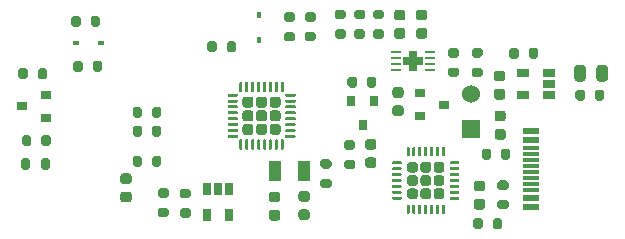
<source format=gbp>
G04 #@! TF.GenerationSoftware,KiCad,Pcbnew,(5.1.10-1-10_14)*
G04 #@! TF.CreationDate,2021-11-14T21:27:09+03:00*
G04 #@! TF.ProjectId,IR_iButton,49525f69-4275-4747-946f-6e2e6b696361,rev?*
G04 #@! TF.SameCoordinates,Original*
G04 #@! TF.FileFunction,Paste,Bot*
G04 #@! TF.FilePolarity,Positive*
%FSLAX46Y46*%
G04 Gerber Fmt 4.6, Leading zero omitted, Abs format (unit mm)*
G04 Created by KiCad (PCBNEW (5.1.10-1-10_14)) date 2021-11-14 21:27:09*
%MOMM*%
%LPD*%
G01*
G04 APERTURE LIST*
%ADD10R,0.800000X0.900000*%
%ADD11R,1.000000X1.800000*%
%ADD12R,0.900000X0.800000*%
%ADD13R,0.650000X1.060000*%
%ADD14R,0.700000X0.650000*%
%ADD15R,1.800000X0.700000*%
%ADD16O,0.850000X0.250000*%
%ADD17R,1.060000X0.650000*%
%ADD18R,0.450000X0.600000*%
%ADD19C,1.524000*%
%ADD20R,1.524000X1.524000*%
%ADD21R,1.450000X0.600000*%
%ADD22R,1.450000X0.300000*%
%ADD23R,0.600000X0.450000*%
G04 APERTURE END LIST*
D10*
X209500000Y-111450000D03*
X210450000Y-109450000D03*
X208550000Y-109450000D03*
G36*
G01*
X209025000Y-107575000D02*
X209025000Y-108125000D01*
G75*
G02*
X208825000Y-108325000I-200000J0D01*
G01*
X208425000Y-108325000D01*
G75*
G02*
X208225000Y-108125000I0J200000D01*
G01*
X208225000Y-107575000D01*
G75*
G02*
X208425000Y-107375000I200000J0D01*
G01*
X208825000Y-107375000D01*
G75*
G02*
X209025000Y-107575000I0J-200000D01*
G01*
G37*
G36*
G01*
X210675000Y-107575000D02*
X210675000Y-108125000D01*
G75*
G02*
X210475000Y-108325000I-200000J0D01*
G01*
X210075000Y-108325000D01*
G75*
G02*
X209875000Y-108125000I0J200000D01*
G01*
X209875000Y-107575000D01*
G75*
G02*
X210075000Y-107375000I200000J0D01*
G01*
X210475000Y-107375000D01*
G75*
G02*
X210675000Y-107575000I0J-200000D01*
G01*
G37*
G36*
G01*
X189725000Y-116475000D02*
X189225000Y-116475000D01*
G75*
G02*
X189000000Y-116250000I0J225000D01*
G01*
X189000000Y-115800000D01*
G75*
G02*
X189225000Y-115575000I225000J0D01*
G01*
X189725000Y-115575000D01*
G75*
G02*
X189950000Y-115800000I0J-225000D01*
G01*
X189950000Y-116250000D01*
G75*
G02*
X189725000Y-116475000I-225000J0D01*
G01*
G37*
G36*
G01*
X189725000Y-118025000D02*
X189225000Y-118025000D01*
G75*
G02*
X189000000Y-117800000I0J225000D01*
G01*
X189000000Y-117350000D01*
G75*
G02*
X189225000Y-117125000I225000J0D01*
G01*
X189725000Y-117125000D01*
G75*
G02*
X189950000Y-117350000I0J-225000D01*
G01*
X189950000Y-117800000D01*
G75*
G02*
X189725000Y-118025000I-225000J0D01*
G01*
G37*
D11*
X202050000Y-115400000D03*
X204550000Y-115400000D03*
G36*
G01*
X201800000Y-118675000D02*
X202300000Y-118675000D01*
G75*
G02*
X202525000Y-118900000I0J-225000D01*
G01*
X202525000Y-119350000D01*
G75*
G02*
X202300000Y-119575000I-225000J0D01*
G01*
X201800000Y-119575000D01*
G75*
G02*
X201575000Y-119350000I0J225000D01*
G01*
X201575000Y-118900000D01*
G75*
G02*
X201800000Y-118675000I225000J0D01*
G01*
G37*
G36*
G01*
X201800000Y-117125000D02*
X202300000Y-117125000D01*
G75*
G02*
X202525000Y-117350000I0J-225000D01*
G01*
X202525000Y-117800000D01*
G75*
G02*
X202300000Y-118025000I-225000J0D01*
G01*
X201800000Y-118025000D01*
G75*
G02*
X201575000Y-117800000I0J225000D01*
G01*
X201575000Y-117350000D01*
G75*
G02*
X201800000Y-117125000I225000J0D01*
G01*
G37*
G36*
G01*
X204300000Y-118625000D02*
X204800000Y-118625000D01*
G75*
G02*
X205025000Y-118850000I0J-225000D01*
G01*
X205025000Y-119300000D01*
G75*
G02*
X204800000Y-119525000I-225000J0D01*
G01*
X204300000Y-119525000D01*
G75*
G02*
X204075000Y-119300000I0J225000D01*
G01*
X204075000Y-118850000D01*
G75*
G02*
X204300000Y-118625000I225000J0D01*
G01*
G37*
G36*
G01*
X204300000Y-117075000D02*
X204800000Y-117075000D01*
G75*
G02*
X205025000Y-117300000I0J-225000D01*
G01*
X205025000Y-117750000D01*
G75*
G02*
X204800000Y-117975000I-225000J0D01*
G01*
X204300000Y-117975000D01*
G75*
G02*
X204075000Y-117750000I0J225000D01*
G01*
X204075000Y-117300000D01*
G75*
G02*
X204300000Y-117075000I225000J0D01*
G01*
G37*
G36*
G01*
X219650000Y-117100000D02*
X219150000Y-117100000D01*
G75*
G02*
X218925000Y-116875000I0J225000D01*
G01*
X218925000Y-116425000D01*
G75*
G02*
X219150000Y-116200000I225000J0D01*
G01*
X219650000Y-116200000D01*
G75*
G02*
X219875000Y-116425000I0J-225000D01*
G01*
X219875000Y-116875000D01*
G75*
G02*
X219650000Y-117100000I-225000J0D01*
G01*
G37*
G36*
G01*
X219650000Y-118650000D02*
X219150000Y-118650000D01*
G75*
G02*
X218925000Y-118425000I0J225000D01*
G01*
X218925000Y-117975000D01*
G75*
G02*
X219150000Y-117750000I225000J0D01*
G01*
X219650000Y-117750000D01*
G75*
G02*
X219875000Y-117975000I0J-225000D01*
G01*
X219875000Y-118425000D01*
G75*
G02*
X219650000Y-118650000I-225000J0D01*
G01*
G37*
G36*
G01*
X200032500Y-110015000D02*
X199567500Y-110015000D01*
G75*
G02*
X199335000Y-109782500I0J232500D01*
G01*
X199335000Y-109317500D01*
G75*
G02*
X199567500Y-109085000I232500J0D01*
G01*
X200032500Y-109085000D01*
G75*
G02*
X200265000Y-109317500I0J-232500D01*
G01*
X200265000Y-109782500D01*
G75*
G02*
X200032500Y-110015000I-232500J0D01*
G01*
G37*
G36*
G01*
X201182500Y-110015000D02*
X200717500Y-110015000D01*
G75*
G02*
X200485000Y-109782500I0J232500D01*
G01*
X200485000Y-109317500D01*
G75*
G02*
X200717500Y-109085000I232500J0D01*
G01*
X201182500Y-109085000D01*
G75*
G02*
X201415000Y-109317500I0J-232500D01*
G01*
X201415000Y-109782500D01*
G75*
G02*
X201182500Y-110015000I-232500J0D01*
G01*
G37*
G36*
G01*
X202332500Y-110015000D02*
X201867500Y-110015000D01*
G75*
G02*
X201635000Y-109782500I0J232500D01*
G01*
X201635000Y-109317500D01*
G75*
G02*
X201867500Y-109085000I232500J0D01*
G01*
X202332500Y-109085000D01*
G75*
G02*
X202565000Y-109317500I0J-232500D01*
G01*
X202565000Y-109782500D01*
G75*
G02*
X202332500Y-110015000I-232500J0D01*
G01*
G37*
G36*
G01*
X200032500Y-111165000D02*
X199567500Y-111165000D01*
G75*
G02*
X199335000Y-110932500I0J232500D01*
G01*
X199335000Y-110467500D01*
G75*
G02*
X199567500Y-110235000I232500J0D01*
G01*
X200032500Y-110235000D01*
G75*
G02*
X200265000Y-110467500I0J-232500D01*
G01*
X200265000Y-110932500D01*
G75*
G02*
X200032500Y-111165000I-232500J0D01*
G01*
G37*
G36*
G01*
X201182500Y-111165000D02*
X200717500Y-111165000D01*
G75*
G02*
X200485000Y-110932500I0J232500D01*
G01*
X200485000Y-110467500D01*
G75*
G02*
X200717500Y-110235000I232500J0D01*
G01*
X201182500Y-110235000D01*
G75*
G02*
X201415000Y-110467500I0J-232500D01*
G01*
X201415000Y-110932500D01*
G75*
G02*
X201182500Y-111165000I-232500J0D01*
G01*
G37*
G36*
G01*
X202332500Y-111165000D02*
X201867500Y-111165000D01*
G75*
G02*
X201635000Y-110932500I0J232500D01*
G01*
X201635000Y-110467500D01*
G75*
G02*
X201867500Y-110235000I232500J0D01*
G01*
X202332500Y-110235000D01*
G75*
G02*
X202565000Y-110467500I0J-232500D01*
G01*
X202565000Y-110932500D01*
G75*
G02*
X202332500Y-111165000I-232500J0D01*
G01*
G37*
G36*
G01*
X200032500Y-112315000D02*
X199567500Y-112315000D01*
G75*
G02*
X199335000Y-112082500I0J232500D01*
G01*
X199335000Y-111617500D01*
G75*
G02*
X199567500Y-111385000I232500J0D01*
G01*
X200032500Y-111385000D01*
G75*
G02*
X200265000Y-111617500I0J-232500D01*
G01*
X200265000Y-112082500D01*
G75*
G02*
X200032500Y-112315000I-232500J0D01*
G01*
G37*
G36*
G01*
X201182500Y-112315000D02*
X200717500Y-112315000D01*
G75*
G02*
X200485000Y-112082500I0J232500D01*
G01*
X200485000Y-111617500D01*
G75*
G02*
X200717500Y-111385000I232500J0D01*
G01*
X201182500Y-111385000D01*
G75*
G02*
X201415000Y-111617500I0J-232500D01*
G01*
X201415000Y-112082500D01*
G75*
G02*
X201182500Y-112315000I-232500J0D01*
G01*
G37*
G36*
G01*
X202332500Y-112315000D02*
X201867500Y-112315000D01*
G75*
G02*
X201635000Y-112082500I0J232500D01*
G01*
X201635000Y-111617500D01*
G75*
G02*
X201867500Y-111385000I232500J0D01*
G01*
X202332500Y-111385000D01*
G75*
G02*
X202565000Y-111617500I0J-232500D01*
G01*
X202565000Y-112082500D01*
G75*
G02*
X202332500Y-112315000I-232500J0D01*
G01*
G37*
G36*
G01*
X203762500Y-112575000D02*
X203012500Y-112575000D01*
G75*
G02*
X202950000Y-112512500I0J62500D01*
G01*
X202950000Y-112387500D01*
G75*
G02*
X203012500Y-112325000I62500J0D01*
G01*
X203762500Y-112325000D01*
G75*
G02*
X203825000Y-112387500I0J-62500D01*
G01*
X203825000Y-112512500D01*
G75*
G02*
X203762500Y-112575000I-62500J0D01*
G01*
G37*
G36*
G01*
X203762500Y-112075000D02*
X203012500Y-112075000D01*
G75*
G02*
X202950000Y-112012500I0J62500D01*
G01*
X202950000Y-111887500D01*
G75*
G02*
X203012500Y-111825000I62500J0D01*
G01*
X203762500Y-111825000D01*
G75*
G02*
X203825000Y-111887500I0J-62500D01*
G01*
X203825000Y-112012500D01*
G75*
G02*
X203762500Y-112075000I-62500J0D01*
G01*
G37*
G36*
G01*
X203762500Y-111575000D02*
X203012500Y-111575000D01*
G75*
G02*
X202950000Y-111512500I0J62500D01*
G01*
X202950000Y-111387500D01*
G75*
G02*
X203012500Y-111325000I62500J0D01*
G01*
X203762500Y-111325000D01*
G75*
G02*
X203825000Y-111387500I0J-62500D01*
G01*
X203825000Y-111512500D01*
G75*
G02*
X203762500Y-111575000I-62500J0D01*
G01*
G37*
G36*
G01*
X203762500Y-111075000D02*
X203012500Y-111075000D01*
G75*
G02*
X202950000Y-111012500I0J62500D01*
G01*
X202950000Y-110887500D01*
G75*
G02*
X203012500Y-110825000I62500J0D01*
G01*
X203762500Y-110825000D01*
G75*
G02*
X203825000Y-110887500I0J-62500D01*
G01*
X203825000Y-111012500D01*
G75*
G02*
X203762500Y-111075000I-62500J0D01*
G01*
G37*
G36*
G01*
X203762500Y-110575000D02*
X203012500Y-110575000D01*
G75*
G02*
X202950000Y-110512500I0J62500D01*
G01*
X202950000Y-110387500D01*
G75*
G02*
X203012500Y-110325000I62500J0D01*
G01*
X203762500Y-110325000D01*
G75*
G02*
X203825000Y-110387500I0J-62500D01*
G01*
X203825000Y-110512500D01*
G75*
G02*
X203762500Y-110575000I-62500J0D01*
G01*
G37*
G36*
G01*
X203762500Y-110075000D02*
X203012500Y-110075000D01*
G75*
G02*
X202950000Y-110012500I0J62500D01*
G01*
X202950000Y-109887500D01*
G75*
G02*
X203012500Y-109825000I62500J0D01*
G01*
X203762500Y-109825000D01*
G75*
G02*
X203825000Y-109887500I0J-62500D01*
G01*
X203825000Y-110012500D01*
G75*
G02*
X203762500Y-110075000I-62500J0D01*
G01*
G37*
G36*
G01*
X203762500Y-109575000D02*
X203012500Y-109575000D01*
G75*
G02*
X202950000Y-109512500I0J62500D01*
G01*
X202950000Y-109387500D01*
G75*
G02*
X203012500Y-109325000I62500J0D01*
G01*
X203762500Y-109325000D01*
G75*
G02*
X203825000Y-109387500I0J-62500D01*
G01*
X203825000Y-109512500D01*
G75*
G02*
X203762500Y-109575000I-62500J0D01*
G01*
G37*
G36*
G01*
X203762500Y-109075000D02*
X203012500Y-109075000D01*
G75*
G02*
X202950000Y-109012500I0J62500D01*
G01*
X202950000Y-108887500D01*
G75*
G02*
X203012500Y-108825000I62500J0D01*
G01*
X203762500Y-108825000D01*
G75*
G02*
X203825000Y-108887500I0J-62500D01*
G01*
X203825000Y-109012500D01*
G75*
G02*
X203762500Y-109075000I-62500J0D01*
G01*
G37*
G36*
G01*
X202762500Y-108700000D02*
X202637500Y-108700000D01*
G75*
G02*
X202575000Y-108637500I0J62500D01*
G01*
X202575000Y-107887500D01*
G75*
G02*
X202637500Y-107825000I62500J0D01*
G01*
X202762500Y-107825000D01*
G75*
G02*
X202825000Y-107887500I0J-62500D01*
G01*
X202825000Y-108637500D01*
G75*
G02*
X202762500Y-108700000I-62500J0D01*
G01*
G37*
G36*
G01*
X202262500Y-108700000D02*
X202137500Y-108700000D01*
G75*
G02*
X202075000Y-108637500I0J62500D01*
G01*
X202075000Y-107887500D01*
G75*
G02*
X202137500Y-107825000I62500J0D01*
G01*
X202262500Y-107825000D01*
G75*
G02*
X202325000Y-107887500I0J-62500D01*
G01*
X202325000Y-108637500D01*
G75*
G02*
X202262500Y-108700000I-62500J0D01*
G01*
G37*
G36*
G01*
X201762500Y-108700000D02*
X201637500Y-108700000D01*
G75*
G02*
X201575000Y-108637500I0J62500D01*
G01*
X201575000Y-107887500D01*
G75*
G02*
X201637500Y-107825000I62500J0D01*
G01*
X201762500Y-107825000D01*
G75*
G02*
X201825000Y-107887500I0J-62500D01*
G01*
X201825000Y-108637500D01*
G75*
G02*
X201762500Y-108700000I-62500J0D01*
G01*
G37*
G36*
G01*
X201262500Y-108700000D02*
X201137500Y-108700000D01*
G75*
G02*
X201075000Y-108637500I0J62500D01*
G01*
X201075000Y-107887500D01*
G75*
G02*
X201137500Y-107825000I62500J0D01*
G01*
X201262500Y-107825000D01*
G75*
G02*
X201325000Y-107887500I0J-62500D01*
G01*
X201325000Y-108637500D01*
G75*
G02*
X201262500Y-108700000I-62500J0D01*
G01*
G37*
G36*
G01*
X200762500Y-108700000D02*
X200637500Y-108700000D01*
G75*
G02*
X200575000Y-108637500I0J62500D01*
G01*
X200575000Y-107887500D01*
G75*
G02*
X200637500Y-107825000I62500J0D01*
G01*
X200762500Y-107825000D01*
G75*
G02*
X200825000Y-107887500I0J-62500D01*
G01*
X200825000Y-108637500D01*
G75*
G02*
X200762500Y-108700000I-62500J0D01*
G01*
G37*
G36*
G01*
X200262500Y-108700000D02*
X200137500Y-108700000D01*
G75*
G02*
X200075000Y-108637500I0J62500D01*
G01*
X200075000Y-107887500D01*
G75*
G02*
X200137500Y-107825000I62500J0D01*
G01*
X200262500Y-107825000D01*
G75*
G02*
X200325000Y-107887500I0J-62500D01*
G01*
X200325000Y-108637500D01*
G75*
G02*
X200262500Y-108700000I-62500J0D01*
G01*
G37*
G36*
G01*
X199762500Y-108700000D02*
X199637500Y-108700000D01*
G75*
G02*
X199575000Y-108637500I0J62500D01*
G01*
X199575000Y-107887500D01*
G75*
G02*
X199637500Y-107825000I62500J0D01*
G01*
X199762500Y-107825000D01*
G75*
G02*
X199825000Y-107887500I0J-62500D01*
G01*
X199825000Y-108637500D01*
G75*
G02*
X199762500Y-108700000I-62500J0D01*
G01*
G37*
G36*
G01*
X199262500Y-108700000D02*
X199137500Y-108700000D01*
G75*
G02*
X199075000Y-108637500I0J62500D01*
G01*
X199075000Y-107887500D01*
G75*
G02*
X199137500Y-107825000I62500J0D01*
G01*
X199262500Y-107825000D01*
G75*
G02*
X199325000Y-107887500I0J-62500D01*
G01*
X199325000Y-108637500D01*
G75*
G02*
X199262500Y-108700000I-62500J0D01*
G01*
G37*
G36*
G01*
X198887500Y-109075000D02*
X198137500Y-109075000D01*
G75*
G02*
X198075000Y-109012500I0J62500D01*
G01*
X198075000Y-108887500D01*
G75*
G02*
X198137500Y-108825000I62500J0D01*
G01*
X198887500Y-108825000D01*
G75*
G02*
X198950000Y-108887500I0J-62500D01*
G01*
X198950000Y-109012500D01*
G75*
G02*
X198887500Y-109075000I-62500J0D01*
G01*
G37*
G36*
G01*
X198887500Y-109575000D02*
X198137500Y-109575000D01*
G75*
G02*
X198075000Y-109512500I0J62500D01*
G01*
X198075000Y-109387500D01*
G75*
G02*
X198137500Y-109325000I62500J0D01*
G01*
X198887500Y-109325000D01*
G75*
G02*
X198950000Y-109387500I0J-62500D01*
G01*
X198950000Y-109512500D01*
G75*
G02*
X198887500Y-109575000I-62500J0D01*
G01*
G37*
G36*
G01*
X198887500Y-110075000D02*
X198137500Y-110075000D01*
G75*
G02*
X198075000Y-110012500I0J62500D01*
G01*
X198075000Y-109887500D01*
G75*
G02*
X198137500Y-109825000I62500J0D01*
G01*
X198887500Y-109825000D01*
G75*
G02*
X198950000Y-109887500I0J-62500D01*
G01*
X198950000Y-110012500D01*
G75*
G02*
X198887500Y-110075000I-62500J0D01*
G01*
G37*
G36*
G01*
X198887500Y-110575000D02*
X198137500Y-110575000D01*
G75*
G02*
X198075000Y-110512500I0J62500D01*
G01*
X198075000Y-110387500D01*
G75*
G02*
X198137500Y-110325000I62500J0D01*
G01*
X198887500Y-110325000D01*
G75*
G02*
X198950000Y-110387500I0J-62500D01*
G01*
X198950000Y-110512500D01*
G75*
G02*
X198887500Y-110575000I-62500J0D01*
G01*
G37*
G36*
G01*
X198887500Y-111075000D02*
X198137500Y-111075000D01*
G75*
G02*
X198075000Y-111012500I0J62500D01*
G01*
X198075000Y-110887500D01*
G75*
G02*
X198137500Y-110825000I62500J0D01*
G01*
X198887500Y-110825000D01*
G75*
G02*
X198950000Y-110887500I0J-62500D01*
G01*
X198950000Y-111012500D01*
G75*
G02*
X198887500Y-111075000I-62500J0D01*
G01*
G37*
G36*
G01*
X198887500Y-111575000D02*
X198137500Y-111575000D01*
G75*
G02*
X198075000Y-111512500I0J62500D01*
G01*
X198075000Y-111387500D01*
G75*
G02*
X198137500Y-111325000I62500J0D01*
G01*
X198887500Y-111325000D01*
G75*
G02*
X198950000Y-111387500I0J-62500D01*
G01*
X198950000Y-111512500D01*
G75*
G02*
X198887500Y-111575000I-62500J0D01*
G01*
G37*
G36*
G01*
X198887500Y-112075000D02*
X198137500Y-112075000D01*
G75*
G02*
X198075000Y-112012500I0J62500D01*
G01*
X198075000Y-111887500D01*
G75*
G02*
X198137500Y-111825000I62500J0D01*
G01*
X198887500Y-111825000D01*
G75*
G02*
X198950000Y-111887500I0J-62500D01*
G01*
X198950000Y-112012500D01*
G75*
G02*
X198887500Y-112075000I-62500J0D01*
G01*
G37*
G36*
G01*
X198887500Y-112575000D02*
X198137500Y-112575000D01*
G75*
G02*
X198075000Y-112512500I0J62500D01*
G01*
X198075000Y-112387500D01*
G75*
G02*
X198137500Y-112325000I62500J0D01*
G01*
X198887500Y-112325000D01*
G75*
G02*
X198950000Y-112387500I0J-62500D01*
G01*
X198950000Y-112512500D01*
G75*
G02*
X198887500Y-112575000I-62500J0D01*
G01*
G37*
G36*
G01*
X199262500Y-113575000D02*
X199137500Y-113575000D01*
G75*
G02*
X199075000Y-113512500I0J62500D01*
G01*
X199075000Y-112762500D01*
G75*
G02*
X199137500Y-112700000I62500J0D01*
G01*
X199262500Y-112700000D01*
G75*
G02*
X199325000Y-112762500I0J-62500D01*
G01*
X199325000Y-113512500D01*
G75*
G02*
X199262500Y-113575000I-62500J0D01*
G01*
G37*
G36*
G01*
X199762500Y-113575000D02*
X199637500Y-113575000D01*
G75*
G02*
X199575000Y-113512500I0J62500D01*
G01*
X199575000Y-112762500D01*
G75*
G02*
X199637500Y-112700000I62500J0D01*
G01*
X199762500Y-112700000D01*
G75*
G02*
X199825000Y-112762500I0J-62500D01*
G01*
X199825000Y-113512500D01*
G75*
G02*
X199762500Y-113575000I-62500J0D01*
G01*
G37*
G36*
G01*
X200262500Y-113575000D02*
X200137500Y-113575000D01*
G75*
G02*
X200075000Y-113512500I0J62500D01*
G01*
X200075000Y-112762500D01*
G75*
G02*
X200137500Y-112700000I62500J0D01*
G01*
X200262500Y-112700000D01*
G75*
G02*
X200325000Y-112762500I0J-62500D01*
G01*
X200325000Y-113512500D01*
G75*
G02*
X200262500Y-113575000I-62500J0D01*
G01*
G37*
G36*
G01*
X200762500Y-113575000D02*
X200637500Y-113575000D01*
G75*
G02*
X200575000Y-113512500I0J62500D01*
G01*
X200575000Y-112762500D01*
G75*
G02*
X200637500Y-112700000I62500J0D01*
G01*
X200762500Y-112700000D01*
G75*
G02*
X200825000Y-112762500I0J-62500D01*
G01*
X200825000Y-113512500D01*
G75*
G02*
X200762500Y-113575000I-62500J0D01*
G01*
G37*
G36*
G01*
X201262500Y-113575000D02*
X201137500Y-113575000D01*
G75*
G02*
X201075000Y-113512500I0J62500D01*
G01*
X201075000Y-112762500D01*
G75*
G02*
X201137500Y-112700000I62500J0D01*
G01*
X201262500Y-112700000D01*
G75*
G02*
X201325000Y-112762500I0J-62500D01*
G01*
X201325000Y-113512500D01*
G75*
G02*
X201262500Y-113575000I-62500J0D01*
G01*
G37*
G36*
G01*
X201762500Y-113575000D02*
X201637500Y-113575000D01*
G75*
G02*
X201575000Y-113512500I0J62500D01*
G01*
X201575000Y-112762500D01*
G75*
G02*
X201637500Y-112700000I62500J0D01*
G01*
X201762500Y-112700000D01*
G75*
G02*
X201825000Y-112762500I0J-62500D01*
G01*
X201825000Y-113512500D01*
G75*
G02*
X201762500Y-113575000I-62500J0D01*
G01*
G37*
G36*
G01*
X202262500Y-113575000D02*
X202137500Y-113575000D01*
G75*
G02*
X202075000Y-113512500I0J62500D01*
G01*
X202075000Y-112762500D01*
G75*
G02*
X202137500Y-112700000I62500J0D01*
G01*
X202262500Y-112700000D01*
G75*
G02*
X202325000Y-112762500I0J-62500D01*
G01*
X202325000Y-113512500D01*
G75*
G02*
X202262500Y-113575000I-62500J0D01*
G01*
G37*
G36*
G01*
X202762500Y-113575000D02*
X202637500Y-113575000D01*
G75*
G02*
X202575000Y-113512500I0J62500D01*
G01*
X202575000Y-112762500D01*
G75*
G02*
X202637500Y-112700000I62500J0D01*
G01*
X202762500Y-112700000D01*
G75*
G02*
X202825000Y-112762500I0J-62500D01*
G01*
X202825000Y-113512500D01*
G75*
G02*
X202762500Y-113575000I-62500J0D01*
G01*
G37*
G36*
G01*
X214180000Y-117075000D02*
X214180000Y-117525000D01*
G75*
G02*
X213955000Y-117750000I-225000J0D01*
G01*
X213505000Y-117750000D01*
G75*
G02*
X213280000Y-117525000I0J225000D01*
G01*
X213280000Y-117075000D01*
G75*
G02*
X213505000Y-116850000I225000J0D01*
G01*
X213955000Y-116850000D01*
G75*
G02*
X214180000Y-117075000I0J-225000D01*
G01*
G37*
G36*
G01*
X214180000Y-115955000D02*
X214180000Y-116405000D01*
G75*
G02*
X213955000Y-116630000I-225000J0D01*
G01*
X213505000Y-116630000D01*
G75*
G02*
X213280000Y-116405000I0J225000D01*
G01*
X213280000Y-115955000D01*
G75*
G02*
X213505000Y-115730000I225000J0D01*
G01*
X213955000Y-115730000D01*
G75*
G02*
X214180000Y-115955000I0J-225000D01*
G01*
G37*
G36*
G01*
X214180000Y-114835000D02*
X214180000Y-115285000D01*
G75*
G02*
X213955000Y-115510000I-225000J0D01*
G01*
X213505000Y-115510000D01*
G75*
G02*
X213280000Y-115285000I0J225000D01*
G01*
X213280000Y-114835000D01*
G75*
G02*
X213505000Y-114610000I225000J0D01*
G01*
X213955000Y-114610000D01*
G75*
G02*
X214180000Y-114835000I0J-225000D01*
G01*
G37*
G36*
G01*
X215300000Y-117075000D02*
X215300000Y-117525000D01*
G75*
G02*
X215075000Y-117750000I-225000J0D01*
G01*
X214625000Y-117750000D01*
G75*
G02*
X214400000Y-117525000I0J225000D01*
G01*
X214400000Y-117075000D01*
G75*
G02*
X214625000Y-116850000I225000J0D01*
G01*
X215075000Y-116850000D01*
G75*
G02*
X215300000Y-117075000I0J-225000D01*
G01*
G37*
G36*
G01*
X215300000Y-115955000D02*
X215300000Y-116405000D01*
G75*
G02*
X215075000Y-116630000I-225000J0D01*
G01*
X214625000Y-116630000D01*
G75*
G02*
X214400000Y-116405000I0J225000D01*
G01*
X214400000Y-115955000D01*
G75*
G02*
X214625000Y-115730000I225000J0D01*
G01*
X215075000Y-115730000D01*
G75*
G02*
X215300000Y-115955000I0J-225000D01*
G01*
G37*
G36*
G01*
X215300000Y-114835000D02*
X215300000Y-115285000D01*
G75*
G02*
X215075000Y-115510000I-225000J0D01*
G01*
X214625000Y-115510000D01*
G75*
G02*
X214400000Y-115285000I0J225000D01*
G01*
X214400000Y-114835000D01*
G75*
G02*
X214625000Y-114610000I225000J0D01*
G01*
X215075000Y-114610000D01*
G75*
G02*
X215300000Y-114835000I0J-225000D01*
G01*
G37*
G36*
G01*
X216420000Y-117075000D02*
X216420000Y-117525000D01*
G75*
G02*
X216195000Y-117750000I-225000J0D01*
G01*
X215745000Y-117750000D01*
G75*
G02*
X215520000Y-117525000I0J225000D01*
G01*
X215520000Y-117075000D01*
G75*
G02*
X215745000Y-116850000I225000J0D01*
G01*
X216195000Y-116850000D01*
G75*
G02*
X216420000Y-117075000I0J-225000D01*
G01*
G37*
G36*
G01*
X216420000Y-115955000D02*
X216420000Y-116405000D01*
G75*
G02*
X216195000Y-116630000I-225000J0D01*
G01*
X215745000Y-116630000D01*
G75*
G02*
X215520000Y-116405000I0J225000D01*
G01*
X215520000Y-115955000D01*
G75*
G02*
X215745000Y-115730000I225000J0D01*
G01*
X216195000Y-115730000D01*
G75*
G02*
X216420000Y-115955000I0J-225000D01*
G01*
G37*
G36*
G01*
X216420000Y-114835000D02*
X216420000Y-115285000D01*
G75*
G02*
X216195000Y-115510000I-225000J0D01*
G01*
X215745000Y-115510000D01*
G75*
G02*
X215520000Y-115285000I0J225000D01*
G01*
X215520000Y-114835000D01*
G75*
G02*
X215745000Y-114610000I225000J0D01*
G01*
X216195000Y-114610000D01*
G75*
G02*
X216420000Y-114835000I0J-225000D01*
G01*
G37*
G36*
G01*
X216475000Y-113392500D02*
X216475000Y-114067500D01*
G75*
G02*
X216412500Y-114130000I-62500J0D01*
G01*
X216287500Y-114130000D01*
G75*
G02*
X216225000Y-114067500I0J62500D01*
G01*
X216225000Y-113392500D01*
G75*
G02*
X216287500Y-113330000I62500J0D01*
G01*
X216412500Y-113330000D01*
G75*
G02*
X216475000Y-113392500I0J-62500D01*
G01*
G37*
G36*
G01*
X215975000Y-113392500D02*
X215975000Y-114067500D01*
G75*
G02*
X215912500Y-114130000I-62500J0D01*
G01*
X215787500Y-114130000D01*
G75*
G02*
X215725000Y-114067500I0J62500D01*
G01*
X215725000Y-113392500D01*
G75*
G02*
X215787500Y-113330000I62500J0D01*
G01*
X215912500Y-113330000D01*
G75*
G02*
X215975000Y-113392500I0J-62500D01*
G01*
G37*
G36*
G01*
X215475000Y-113392500D02*
X215475000Y-114067500D01*
G75*
G02*
X215412500Y-114130000I-62500J0D01*
G01*
X215287500Y-114130000D01*
G75*
G02*
X215225000Y-114067500I0J62500D01*
G01*
X215225000Y-113392500D01*
G75*
G02*
X215287500Y-113330000I62500J0D01*
G01*
X215412500Y-113330000D01*
G75*
G02*
X215475000Y-113392500I0J-62500D01*
G01*
G37*
G36*
G01*
X214975000Y-113392500D02*
X214975000Y-114067500D01*
G75*
G02*
X214912500Y-114130000I-62500J0D01*
G01*
X214787500Y-114130000D01*
G75*
G02*
X214725000Y-114067500I0J62500D01*
G01*
X214725000Y-113392500D01*
G75*
G02*
X214787500Y-113330000I62500J0D01*
G01*
X214912500Y-113330000D01*
G75*
G02*
X214975000Y-113392500I0J-62500D01*
G01*
G37*
G36*
G01*
X214475000Y-113392500D02*
X214475000Y-114067500D01*
G75*
G02*
X214412500Y-114130000I-62500J0D01*
G01*
X214287500Y-114130000D01*
G75*
G02*
X214225000Y-114067500I0J62500D01*
G01*
X214225000Y-113392500D01*
G75*
G02*
X214287500Y-113330000I62500J0D01*
G01*
X214412500Y-113330000D01*
G75*
G02*
X214475000Y-113392500I0J-62500D01*
G01*
G37*
G36*
G01*
X213975000Y-113392500D02*
X213975000Y-114067500D01*
G75*
G02*
X213912500Y-114130000I-62500J0D01*
G01*
X213787500Y-114130000D01*
G75*
G02*
X213725000Y-114067500I0J62500D01*
G01*
X213725000Y-113392500D01*
G75*
G02*
X213787500Y-113330000I62500J0D01*
G01*
X213912500Y-113330000D01*
G75*
G02*
X213975000Y-113392500I0J-62500D01*
G01*
G37*
G36*
G01*
X213475000Y-113392500D02*
X213475000Y-114067500D01*
G75*
G02*
X213412500Y-114130000I-62500J0D01*
G01*
X213287500Y-114130000D01*
G75*
G02*
X213225000Y-114067500I0J62500D01*
G01*
X213225000Y-113392500D01*
G75*
G02*
X213287500Y-113330000I62500J0D01*
G01*
X213412500Y-113330000D01*
G75*
G02*
X213475000Y-113392500I0J-62500D01*
G01*
G37*
G36*
G01*
X212800000Y-114617500D02*
X212800000Y-114742500D01*
G75*
G02*
X212737500Y-114805000I-62500J0D01*
G01*
X212062500Y-114805000D01*
G75*
G02*
X212000000Y-114742500I0J62500D01*
G01*
X212000000Y-114617500D01*
G75*
G02*
X212062500Y-114555000I62500J0D01*
G01*
X212737500Y-114555000D01*
G75*
G02*
X212800000Y-114617500I0J-62500D01*
G01*
G37*
G36*
G01*
X212800000Y-115117500D02*
X212800000Y-115242500D01*
G75*
G02*
X212737500Y-115305000I-62500J0D01*
G01*
X212062500Y-115305000D01*
G75*
G02*
X212000000Y-115242500I0J62500D01*
G01*
X212000000Y-115117500D01*
G75*
G02*
X212062500Y-115055000I62500J0D01*
G01*
X212737500Y-115055000D01*
G75*
G02*
X212800000Y-115117500I0J-62500D01*
G01*
G37*
G36*
G01*
X212800000Y-115617500D02*
X212800000Y-115742500D01*
G75*
G02*
X212737500Y-115805000I-62500J0D01*
G01*
X212062500Y-115805000D01*
G75*
G02*
X212000000Y-115742500I0J62500D01*
G01*
X212000000Y-115617500D01*
G75*
G02*
X212062500Y-115555000I62500J0D01*
G01*
X212737500Y-115555000D01*
G75*
G02*
X212800000Y-115617500I0J-62500D01*
G01*
G37*
G36*
G01*
X212800000Y-116117500D02*
X212800000Y-116242500D01*
G75*
G02*
X212737500Y-116305000I-62500J0D01*
G01*
X212062500Y-116305000D01*
G75*
G02*
X212000000Y-116242500I0J62500D01*
G01*
X212000000Y-116117500D01*
G75*
G02*
X212062500Y-116055000I62500J0D01*
G01*
X212737500Y-116055000D01*
G75*
G02*
X212800000Y-116117500I0J-62500D01*
G01*
G37*
G36*
G01*
X212800000Y-116617500D02*
X212800000Y-116742500D01*
G75*
G02*
X212737500Y-116805000I-62500J0D01*
G01*
X212062500Y-116805000D01*
G75*
G02*
X212000000Y-116742500I0J62500D01*
G01*
X212000000Y-116617500D01*
G75*
G02*
X212062500Y-116555000I62500J0D01*
G01*
X212737500Y-116555000D01*
G75*
G02*
X212800000Y-116617500I0J-62500D01*
G01*
G37*
G36*
G01*
X212800000Y-117117500D02*
X212800000Y-117242500D01*
G75*
G02*
X212737500Y-117305000I-62500J0D01*
G01*
X212062500Y-117305000D01*
G75*
G02*
X212000000Y-117242500I0J62500D01*
G01*
X212000000Y-117117500D01*
G75*
G02*
X212062500Y-117055000I62500J0D01*
G01*
X212737500Y-117055000D01*
G75*
G02*
X212800000Y-117117500I0J-62500D01*
G01*
G37*
G36*
G01*
X212800000Y-117617500D02*
X212800000Y-117742500D01*
G75*
G02*
X212737500Y-117805000I-62500J0D01*
G01*
X212062500Y-117805000D01*
G75*
G02*
X212000000Y-117742500I0J62500D01*
G01*
X212000000Y-117617500D01*
G75*
G02*
X212062500Y-117555000I62500J0D01*
G01*
X212737500Y-117555000D01*
G75*
G02*
X212800000Y-117617500I0J-62500D01*
G01*
G37*
G36*
G01*
X213475000Y-118292500D02*
X213475000Y-118967500D01*
G75*
G02*
X213412500Y-119030000I-62500J0D01*
G01*
X213287500Y-119030000D01*
G75*
G02*
X213225000Y-118967500I0J62500D01*
G01*
X213225000Y-118292500D01*
G75*
G02*
X213287500Y-118230000I62500J0D01*
G01*
X213412500Y-118230000D01*
G75*
G02*
X213475000Y-118292500I0J-62500D01*
G01*
G37*
G36*
G01*
X213975000Y-118292500D02*
X213975000Y-118967500D01*
G75*
G02*
X213912500Y-119030000I-62500J0D01*
G01*
X213787500Y-119030000D01*
G75*
G02*
X213725000Y-118967500I0J62500D01*
G01*
X213725000Y-118292500D01*
G75*
G02*
X213787500Y-118230000I62500J0D01*
G01*
X213912500Y-118230000D01*
G75*
G02*
X213975000Y-118292500I0J-62500D01*
G01*
G37*
G36*
G01*
X214475000Y-118292500D02*
X214475000Y-118967500D01*
G75*
G02*
X214412500Y-119030000I-62500J0D01*
G01*
X214287500Y-119030000D01*
G75*
G02*
X214225000Y-118967500I0J62500D01*
G01*
X214225000Y-118292500D01*
G75*
G02*
X214287500Y-118230000I62500J0D01*
G01*
X214412500Y-118230000D01*
G75*
G02*
X214475000Y-118292500I0J-62500D01*
G01*
G37*
G36*
G01*
X214975000Y-118292500D02*
X214975000Y-118967500D01*
G75*
G02*
X214912500Y-119030000I-62500J0D01*
G01*
X214787500Y-119030000D01*
G75*
G02*
X214725000Y-118967500I0J62500D01*
G01*
X214725000Y-118292500D01*
G75*
G02*
X214787500Y-118230000I62500J0D01*
G01*
X214912500Y-118230000D01*
G75*
G02*
X214975000Y-118292500I0J-62500D01*
G01*
G37*
G36*
G01*
X215475000Y-118292500D02*
X215475000Y-118967500D01*
G75*
G02*
X215412500Y-119030000I-62500J0D01*
G01*
X215287500Y-119030000D01*
G75*
G02*
X215225000Y-118967500I0J62500D01*
G01*
X215225000Y-118292500D01*
G75*
G02*
X215287500Y-118230000I62500J0D01*
G01*
X215412500Y-118230000D01*
G75*
G02*
X215475000Y-118292500I0J-62500D01*
G01*
G37*
G36*
G01*
X215975000Y-118292500D02*
X215975000Y-118967500D01*
G75*
G02*
X215912500Y-119030000I-62500J0D01*
G01*
X215787500Y-119030000D01*
G75*
G02*
X215725000Y-118967500I0J62500D01*
G01*
X215725000Y-118292500D01*
G75*
G02*
X215787500Y-118230000I62500J0D01*
G01*
X215912500Y-118230000D01*
G75*
G02*
X215975000Y-118292500I0J-62500D01*
G01*
G37*
G36*
G01*
X216475000Y-118292500D02*
X216475000Y-118967500D01*
G75*
G02*
X216412500Y-119030000I-62500J0D01*
G01*
X216287500Y-119030000D01*
G75*
G02*
X216225000Y-118967500I0J62500D01*
G01*
X216225000Y-118292500D01*
G75*
G02*
X216287500Y-118230000I62500J0D01*
G01*
X216412500Y-118230000D01*
G75*
G02*
X216475000Y-118292500I0J-62500D01*
G01*
G37*
G36*
G01*
X217700000Y-117617500D02*
X217700000Y-117742500D01*
G75*
G02*
X217637500Y-117805000I-62500J0D01*
G01*
X216962500Y-117805000D01*
G75*
G02*
X216900000Y-117742500I0J62500D01*
G01*
X216900000Y-117617500D01*
G75*
G02*
X216962500Y-117555000I62500J0D01*
G01*
X217637500Y-117555000D01*
G75*
G02*
X217700000Y-117617500I0J-62500D01*
G01*
G37*
G36*
G01*
X217700000Y-117117500D02*
X217700000Y-117242500D01*
G75*
G02*
X217637500Y-117305000I-62500J0D01*
G01*
X216962500Y-117305000D01*
G75*
G02*
X216900000Y-117242500I0J62500D01*
G01*
X216900000Y-117117500D01*
G75*
G02*
X216962500Y-117055000I62500J0D01*
G01*
X217637500Y-117055000D01*
G75*
G02*
X217700000Y-117117500I0J-62500D01*
G01*
G37*
G36*
G01*
X217700000Y-116617500D02*
X217700000Y-116742500D01*
G75*
G02*
X217637500Y-116805000I-62500J0D01*
G01*
X216962500Y-116805000D01*
G75*
G02*
X216900000Y-116742500I0J62500D01*
G01*
X216900000Y-116617500D01*
G75*
G02*
X216962500Y-116555000I62500J0D01*
G01*
X217637500Y-116555000D01*
G75*
G02*
X217700000Y-116617500I0J-62500D01*
G01*
G37*
G36*
G01*
X217700000Y-116117500D02*
X217700000Y-116242500D01*
G75*
G02*
X217637500Y-116305000I-62500J0D01*
G01*
X216962500Y-116305000D01*
G75*
G02*
X216900000Y-116242500I0J62500D01*
G01*
X216900000Y-116117500D01*
G75*
G02*
X216962500Y-116055000I62500J0D01*
G01*
X217637500Y-116055000D01*
G75*
G02*
X217700000Y-116117500I0J-62500D01*
G01*
G37*
G36*
G01*
X217700000Y-115617500D02*
X217700000Y-115742500D01*
G75*
G02*
X217637500Y-115805000I-62500J0D01*
G01*
X216962500Y-115805000D01*
G75*
G02*
X216900000Y-115742500I0J62500D01*
G01*
X216900000Y-115617500D01*
G75*
G02*
X216962500Y-115555000I62500J0D01*
G01*
X217637500Y-115555000D01*
G75*
G02*
X217700000Y-115617500I0J-62500D01*
G01*
G37*
G36*
G01*
X217700000Y-115117500D02*
X217700000Y-115242500D01*
G75*
G02*
X217637500Y-115305000I-62500J0D01*
G01*
X216962500Y-115305000D01*
G75*
G02*
X216900000Y-115242500I0J62500D01*
G01*
X216900000Y-115117500D01*
G75*
G02*
X216962500Y-115055000I62500J0D01*
G01*
X217637500Y-115055000D01*
G75*
G02*
X217700000Y-115117500I0J-62500D01*
G01*
G37*
G36*
G01*
X217700000Y-114617500D02*
X217700000Y-114742500D01*
G75*
G02*
X217637500Y-114805000I-62500J0D01*
G01*
X216962500Y-114805000D01*
G75*
G02*
X216900000Y-114742500I0J62500D01*
G01*
X216900000Y-114617500D01*
G75*
G02*
X216962500Y-114555000I62500J0D01*
G01*
X217637500Y-114555000D01*
G75*
G02*
X217700000Y-114617500I0J-62500D01*
G01*
G37*
D12*
X216400000Y-109750000D03*
X214400000Y-108800000D03*
X214400000Y-110700000D03*
D13*
X196325000Y-119075000D03*
X198225000Y-119075000D03*
X198225000Y-116875000D03*
X197275000Y-116875000D03*
X196325000Y-116875000D03*
D14*
X213800000Y-106550000D03*
X213800000Y-105550000D03*
D15*
X213800000Y-106050000D03*
D16*
X212350000Y-106800000D03*
X212350000Y-106300000D03*
X212350000Y-105800000D03*
X212350000Y-105300000D03*
X215250000Y-106800000D03*
X215250000Y-106300000D03*
X215250000Y-105800000D03*
X215250000Y-105300000D03*
D17*
X223050000Y-107050000D03*
X223050000Y-108950000D03*
X225250000Y-108950000D03*
X225250000Y-108000000D03*
X225250000Y-107050000D03*
G36*
G01*
X203050000Y-103600000D02*
X203600000Y-103600000D01*
G75*
G02*
X203800000Y-103800000I0J-200000D01*
G01*
X203800000Y-104200000D01*
G75*
G02*
X203600000Y-104400000I-200000J0D01*
G01*
X203050000Y-104400000D01*
G75*
G02*
X202850000Y-104200000I0J200000D01*
G01*
X202850000Y-103800000D01*
G75*
G02*
X203050000Y-103600000I200000J0D01*
G01*
G37*
G36*
G01*
X203050000Y-101950000D02*
X203600000Y-101950000D01*
G75*
G02*
X203800000Y-102150000I0J-200000D01*
G01*
X203800000Y-102550000D01*
G75*
G02*
X203600000Y-102750000I-200000J0D01*
G01*
X203050000Y-102750000D01*
G75*
G02*
X202850000Y-102550000I0J200000D01*
G01*
X202850000Y-102150000D01*
G75*
G02*
X203050000Y-101950000I200000J0D01*
G01*
G37*
G36*
G01*
X191675000Y-114825000D02*
X191675000Y-114275000D01*
G75*
G02*
X191875000Y-114075000I200000J0D01*
G01*
X192275000Y-114075000D01*
G75*
G02*
X192475000Y-114275000I0J-200000D01*
G01*
X192475000Y-114825000D01*
G75*
G02*
X192275000Y-115025000I-200000J0D01*
G01*
X191875000Y-115025000D01*
G75*
G02*
X191675000Y-114825000I0J200000D01*
G01*
G37*
G36*
G01*
X190025000Y-114825000D02*
X190025000Y-114275000D01*
G75*
G02*
X190225000Y-114075000I200000J0D01*
G01*
X190625000Y-114075000D01*
G75*
G02*
X190825000Y-114275000I0J-200000D01*
G01*
X190825000Y-114825000D01*
G75*
G02*
X190625000Y-115025000I-200000J0D01*
G01*
X190225000Y-115025000D01*
G75*
G02*
X190025000Y-114825000I0J200000D01*
G01*
G37*
G36*
G01*
X191675000Y-110675000D02*
X191675000Y-110125000D01*
G75*
G02*
X191875000Y-109925000I200000J0D01*
G01*
X192275000Y-109925000D01*
G75*
G02*
X192475000Y-110125000I0J-200000D01*
G01*
X192475000Y-110675000D01*
G75*
G02*
X192275000Y-110875000I-200000J0D01*
G01*
X191875000Y-110875000D01*
G75*
G02*
X191675000Y-110675000I0J200000D01*
G01*
G37*
G36*
G01*
X190025000Y-110675000D02*
X190025000Y-110125000D01*
G75*
G02*
X190225000Y-109925000I200000J0D01*
G01*
X190625000Y-109925000D01*
G75*
G02*
X190825000Y-110125000I0J-200000D01*
G01*
X190825000Y-110675000D01*
G75*
G02*
X190625000Y-110875000I-200000J0D01*
G01*
X190225000Y-110875000D01*
G75*
G02*
X190025000Y-110675000I0J200000D01*
G01*
G37*
G36*
G01*
X191675000Y-112275000D02*
X191675000Y-111725000D01*
G75*
G02*
X191875000Y-111525000I200000J0D01*
G01*
X192275000Y-111525000D01*
G75*
G02*
X192475000Y-111725000I0J-200000D01*
G01*
X192475000Y-112275000D01*
G75*
G02*
X192275000Y-112475000I-200000J0D01*
G01*
X191875000Y-112475000D01*
G75*
G02*
X191675000Y-112275000I0J200000D01*
G01*
G37*
G36*
G01*
X190025000Y-112275000D02*
X190025000Y-111725000D01*
G75*
G02*
X190225000Y-111525000I200000J0D01*
G01*
X190625000Y-111525000D01*
G75*
G02*
X190825000Y-111725000I0J-200000D01*
G01*
X190825000Y-112275000D01*
G75*
G02*
X190625000Y-112475000I-200000J0D01*
G01*
X190225000Y-112475000D01*
G75*
G02*
X190025000Y-112275000I0J200000D01*
G01*
G37*
G36*
G01*
X205350000Y-102750000D02*
X204800000Y-102750000D01*
G75*
G02*
X204600000Y-102550000I0J200000D01*
G01*
X204600000Y-102150000D01*
G75*
G02*
X204800000Y-101950000I200000J0D01*
G01*
X205350000Y-101950000D01*
G75*
G02*
X205550000Y-102150000I0J-200000D01*
G01*
X205550000Y-102550000D01*
G75*
G02*
X205350000Y-102750000I-200000J0D01*
G01*
G37*
G36*
G01*
X205350000Y-104400000D02*
X204800000Y-104400000D01*
G75*
G02*
X204600000Y-104200000I0J200000D01*
G01*
X204600000Y-103800000D01*
G75*
G02*
X204800000Y-103600000I200000J0D01*
G01*
X205350000Y-103600000D01*
G75*
G02*
X205550000Y-103800000I0J-200000D01*
G01*
X205550000Y-104200000D01*
G75*
G02*
X205350000Y-104400000I-200000J0D01*
G01*
G37*
G36*
G01*
X219675000Y-119575000D02*
X219675000Y-120125000D01*
G75*
G02*
X219475000Y-120325000I-200000J0D01*
G01*
X219075000Y-120325000D01*
G75*
G02*
X218875000Y-120125000I0J200000D01*
G01*
X218875000Y-119575000D01*
G75*
G02*
X219075000Y-119375000I200000J0D01*
G01*
X219475000Y-119375000D01*
G75*
G02*
X219675000Y-119575000I0J-200000D01*
G01*
G37*
G36*
G01*
X221325000Y-119575000D02*
X221325000Y-120125000D01*
G75*
G02*
X221125000Y-120325000I-200000J0D01*
G01*
X220725000Y-120325000D01*
G75*
G02*
X220525000Y-120125000I0J200000D01*
G01*
X220525000Y-119575000D01*
G75*
G02*
X220725000Y-119375000I200000J0D01*
G01*
X221125000Y-119375000D01*
G75*
G02*
X221325000Y-119575000I0J-200000D01*
G01*
G37*
G36*
G01*
X208975000Y-103375000D02*
X209525000Y-103375000D01*
G75*
G02*
X209725000Y-103575000I0J-200000D01*
G01*
X209725000Y-103975000D01*
G75*
G02*
X209525000Y-104175000I-200000J0D01*
G01*
X208975000Y-104175000D01*
G75*
G02*
X208775000Y-103975000I0J200000D01*
G01*
X208775000Y-103575000D01*
G75*
G02*
X208975000Y-103375000I200000J0D01*
G01*
G37*
G36*
G01*
X208975000Y-101725000D02*
X209525000Y-101725000D01*
G75*
G02*
X209725000Y-101925000I0J-200000D01*
G01*
X209725000Y-102325000D01*
G75*
G02*
X209525000Y-102525000I-200000J0D01*
G01*
X208975000Y-102525000D01*
G75*
G02*
X208775000Y-102325000I0J200000D01*
G01*
X208775000Y-101925000D01*
G75*
G02*
X208975000Y-101725000I200000J0D01*
G01*
G37*
G36*
G01*
X210575000Y-103375000D02*
X211125000Y-103375000D01*
G75*
G02*
X211325000Y-103575000I0J-200000D01*
G01*
X211325000Y-103975000D01*
G75*
G02*
X211125000Y-104175000I-200000J0D01*
G01*
X210575000Y-104175000D01*
G75*
G02*
X210375000Y-103975000I0J200000D01*
G01*
X210375000Y-103575000D01*
G75*
G02*
X210575000Y-103375000I200000J0D01*
G01*
G37*
G36*
G01*
X210575000Y-101725000D02*
X211125000Y-101725000D01*
G75*
G02*
X211325000Y-101925000I0J-200000D01*
G01*
X211325000Y-102325000D01*
G75*
G02*
X211125000Y-102525000I-200000J0D01*
G01*
X210575000Y-102525000D01*
G75*
G02*
X210375000Y-102325000I0J200000D01*
G01*
X210375000Y-101925000D01*
G75*
G02*
X210575000Y-101725000I200000J0D01*
G01*
G37*
G36*
G01*
X207325000Y-103375000D02*
X207875000Y-103375000D01*
G75*
G02*
X208075000Y-103575000I0J-200000D01*
G01*
X208075000Y-103975000D01*
G75*
G02*
X207875000Y-104175000I-200000J0D01*
G01*
X207325000Y-104175000D01*
G75*
G02*
X207125000Y-103975000I0J200000D01*
G01*
X207125000Y-103575000D01*
G75*
G02*
X207325000Y-103375000I200000J0D01*
G01*
G37*
G36*
G01*
X207325000Y-101725000D02*
X207875000Y-101725000D01*
G75*
G02*
X208075000Y-101925000I0J-200000D01*
G01*
X208075000Y-102325000D01*
G75*
G02*
X207875000Y-102525000I-200000J0D01*
G01*
X207325000Y-102525000D01*
G75*
G02*
X207125000Y-102325000I0J200000D01*
G01*
X207125000Y-101925000D01*
G75*
G02*
X207325000Y-101725000I200000J0D01*
G01*
G37*
G36*
G01*
X219475000Y-105775000D02*
X218925000Y-105775000D01*
G75*
G02*
X218725000Y-105575000I0J200000D01*
G01*
X218725000Y-105175000D01*
G75*
G02*
X218925000Y-104975000I200000J0D01*
G01*
X219475000Y-104975000D01*
G75*
G02*
X219675000Y-105175000I0J-200000D01*
G01*
X219675000Y-105575000D01*
G75*
G02*
X219475000Y-105775000I-200000J0D01*
G01*
G37*
G36*
G01*
X219475000Y-107425000D02*
X218925000Y-107425000D01*
G75*
G02*
X218725000Y-107225000I0J200000D01*
G01*
X218725000Y-106825000D01*
G75*
G02*
X218925000Y-106625000I200000J0D01*
G01*
X219475000Y-106625000D01*
G75*
G02*
X219675000Y-106825000I0J-200000D01*
G01*
X219675000Y-107225000D01*
G75*
G02*
X219475000Y-107425000I-200000J0D01*
G01*
G37*
G36*
G01*
X194225000Y-118525000D02*
X194775000Y-118525000D01*
G75*
G02*
X194975000Y-118725000I0J-200000D01*
G01*
X194975000Y-119125000D01*
G75*
G02*
X194775000Y-119325000I-200000J0D01*
G01*
X194225000Y-119325000D01*
G75*
G02*
X194025000Y-119125000I0J200000D01*
G01*
X194025000Y-118725000D01*
G75*
G02*
X194225000Y-118525000I200000J0D01*
G01*
G37*
G36*
G01*
X194225000Y-116875000D02*
X194775000Y-116875000D01*
G75*
G02*
X194975000Y-117075000I0J-200000D01*
G01*
X194975000Y-117475000D01*
G75*
G02*
X194775000Y-117675000I-200000J0D01*
G01*
X194225000Y-117675000D01*
G75*
G02*
X194025000Y-117475000I0J200000D01*
G01*
X194025000Y-117075000D01*
G75*
G02*
X194225000Y-116875000I200000J0D01*
G01*
G37*
G36*
G01*
X192350000Y-118500000D02*
X192900000Y-118500000D01*
G75*
G02*
X193100000Y-118700000I0J-200000D01*
G01*
X193100000Y-119100000D01*
G75*
G02*
X192900000Y-119300000I-200000J0D01*
G01*
X192350000Y-119300000D01*
G75*
G02*
X192150000Y-119100000I0J200000D01*
G01*
X192150000Y-118700000D01*
G75*
G02*
X192350000Y-118500000I200000J0D01*
G01*
G37*
G36*
G01*
X192350000Y-116850000D02*
X192900000Y-116850000D01*
G75*
G02*
X193100000Y-117050000I0J-200000D01*
G01*
X193100000Y-117450000D01*
G75*
G02*
X192900000Y-117650000I-200000J0D01*
G01*
X192350000Y-117650000D01*
G75*
G02*
X192150000Y-117450000I0J200000D01*
G01*
X192150000Y-117050000D01*
G75*
G02*
X192350000Y-116850000I200000J0D01*
G01*
G37*
G36*
G01*
X229175000Y-109225000D02*
X229175000Y-108675000D01*
G75*
G02*
X229375000Y-108475000I200000J0D01*
G01*
X229775000Y-108475000D01*
G75*
G02*
X229975000Y-108675000I0J-200000D01*
G01*
X229975000Y-109225000D01*
G75*
G02*
X229775000Y-109425000I-200000J0D01*
G01*
X229375000Y-109425000D01*
G75*
G02*
X229175000Y-109225000I0J200000D01*
G01*
G37*
G36*
G01*
X227525000Y-109225000D02*
X227525000Y-108675000D01*
G75*
G02*
X227725000Y-108475000I200000J0D01*
G01*
X228125000Y-108475000D01*
G75*
G02*
X228325000Y-108675000I0J-200000D01*
G01*
X228325000Y-109225000D01*
G75*
G02*
X228125000Y-109425000I-200000J0D01*
G01*
X227725000Y-109425000D01*
G75*
G02*
X227525000Y-109225000I0J200000D01*
G01*
G37*
G36*
G01*
X217475000Y-105775000D02*
X216925000Y-105775000D01*
G75*
G02*
X216725000Y-105575000I0J200000D01*
G01*
X216725000Y-105175000D01*
G75*
G02*
X216925000Y-104975000I200000J0D01*
G01*
X217475000Y-104975000D01*
G75*
G02*
X217675000Y-105175000I0J-200000D01*
G01*
X217675000Y-105575000D01*
G75*
G02*
X217475000Y-105775000I-200000J0D01*
G01*
G37*
G36*
G01*
X217475000Y-107425000D02*
X216925000Y-107425000D01*
G75*
G02*
X216725000Y-107225000I0J200000D01*
G01*
X216725000Y-106825000D01*
G75*
G02*
X216925000Y-106625000I200000J0D01*
G01*
X217475000Y-106625000D01*
G75*
G02*
X217675000Y-106825000I0J-200000D01*
G01*
X217675000Y-107225000D01*
G75*
G02*
X217475000Y-107425000I-200000J0D01*
G01*
G37*
G36*
G01*
X223575000Y-105675000D02*
X223575000Y-105125000D01*
G75*
G02*
X223775000Y-104925000I200000J0D01*
G01*
X224175000Y-104925000D01*
G75*
G02*
X224375000Y-105125000I0J-200000D01*
G01*
X224375000Y-105675000D01*
G75*
G02*
X224175000Y-105875000I-200000J0D01*
G01*
X223775000Y-105875000D01*
G75*
G02*
X223575000Y-105675000I0J200000D01*
G01*
G37*
G36*
G01*
X221925000Y-105675000D02*
X221925000Y-105125000D01*
G75*
G02*
X222125000Y-104925000I200000J0D01*
G01*
X222525000Y-104925000D01*
G75*
G02*
X222725000Y-105125000I0J-200000D01*
G01*
X222725000Y-105675000D01*
G75*
G02*
X222525000Y-105875000I-200000J0D01*
G01*
X222125000Y-105875000D01*
G75*
G02*
X221925000Y-105675000I0J200000D01*
G01*
G37*
G36*
G01*
X221675000Y-116975000D02*
X221125000Y-116975000D01*
G75*
G02*
X220925000Y-116775000I0J200000D01*
G01*
X220925000Y-116375000D01*
G75*
G02*
X221125000Y-116175000I200000J0D01*
G01*
X221675000Y-116175000D01*
G75*
G02*
X221875000Y-116375000I0J-200000D01*
G01*
X221875000Y-116775000D01*
G75*
G02*
X221675000Y-116975000I-200000J0D01*
G01*
G37*
G36*
G01*
X221675000Y-118625000D02*
X221125000Y-118625000D01*
G75*
G02*
X220925000Y-118425000I0J200000D01*
G01*
X220925000Y-118025000D01*
G75*
G02*
X221125000Y-117825000I200000J0D01*
G01*
X221675000Y-117825000D01*
G75*
G02*
X221875000Y-118025000I0J-200000D01*
G01*
X221875000Y-118425000D01*
G75*
G02*
X221675000Y-118625000I-200000J0D01*
G01*
G37*
G36*
G01*
X220375000Y-113675000D02*
X220375000Y-114225000D01*
G75*
G02*
X220175000Y-114425000I-200000J0D01*
G01*
X219775000Y-114425000D01*
G75*
G02*
X219575000Y-114225000I0J200000D01*
G01*
X219575000Y-113675000D01*
G75*
G02*
X219775000Y-113475000I200000J0D01*
G01*
X220175000Y-113475000D01*
G75*
G02*
X220375000Y-113675000I0J-200000D01*
G01*
G37*
G36*
G01*
X222025000Y-113675000D02*
X222025000Y-114225000D01*
G75*
G02*
X221825000Y-114425000I-200000J0D01*
G01*
X221425000Y-114425000D01*
G75*
G02*
X221225000Y-114225000I0J200000D01*
G01*
X221225000Y-113675000D01*
G75*
G02*
X221425000Y-113475000I200000J0D01*
G01*
X221825000Y-113475000D01*
G75*
G02*
X222025000Y-113675000I0J-200000D01*
G01*
G37*
G36*
G01*
X206675000Y-115175000D02*
X206125000Y-115175000D01*
G75*
G02*
X205925000Y-114975000I0J200000D01*
G01*
X205925000Y-114575000D01*
G75*
G02*
X206125000Y-114375000I200000J0D01*
G01*
X206675000Y-114375000D01*
G75*
G02*
X206875000Y-114575000I0J-200000D01*
G01*
X206875000Y-114975000D01*
G75*
G02*
X206675000Y-115175000I-200000J0D01*
G01*
G37*
G36*
G01*
X206675000Y-116825000D02*
X206125000Y-116825000D01*
G75*
G02*
X205925000Y-116625000I0J200000D01*
G01*
X205925000Y-116225000D01*
G75*
G02*
X206125000Y-116025000I200000J0D01*
G01*
X206675000Y-116025000D01*
G75*
G02*
X206875000Y-116225000I0J-200000D01*
G01*
X206875000Y-116625000D01*
G75*
G02*
X206675000Y-116825000I-200000J0D01*
G01*
G37*
G36*
G01*
X197150000Y-104575000D02*
X197150000Y-105125000D01*
G75*
G02*
X196950000Y-105325000I-200000J0D01*
G01*
X196550000Y-105325000D01*
G75*
G02*
X196350000Y-105125000I0J200000D01*
G01*
X196350000Y-104575000D01*
G75*
G02*
X196550000Y-104375000I200000J0D01*
G01*
X196950000Y-104375000D01*
G75*
G02*
X197150000Y-104575000I0J-200000D01*
G01*
G37*
G36*
G01*
X198800000Y-104575000D02*
X198800000Y-105125000D01*
G75*
G02*
X198600000Y-105325000I-200000J0D01*
G01*
X198200000Y-105325000D01*
G75*
G02*
X198000000Y-105125000I0J200000D01*
G01*
X198000000Y-104575000D01*
G75*
G02*
X198200000Y-104375000I200000J0D01*
G01*
X198600000Y-104375000D01*
G75*
G02*
X198800000Y-104575000I0J-200000D01*
G01*
G37*
G36*
G01*
X208125000Y-114425000D02*
X208675000Y-114425000D01*
G75*
G02*
X208875000Y-114625000I0J-200000D01*
G01*
X208875000Y-115025000D01*
G75*
G02*
X208675000Y-115225000I-200000J0D01*
G01*
X208125000Y-115225000D01*
G75*
G02*
X207925000Y-115025000I0J200000D01*
G01*
X207925000Y-114625000D01*
G75*
G02*
X208125000Y-114425000I200000J0D01*
G01*
G37*
G36*
G01*
X208125000Y-112775000D02*
X208675000Y-112775000D01*
G75*
G02*
X208875000Y-112975000I0J-200000D01*
G01*
X208875000Y-113375000D01*
G75*
G02*
X208675000Y-113575000I-200000J0D01*
G01*
X208125000Y-113575000D01*
G75*
G02*
X207925000Y-113375000I0J200000D01*
G01*
X207925000Y-112975000D01*
G75*
G02*
X208125000Y-112775000I200000J0D01*
G01*
G37*
D18*
X200750000Y-104250000D03*
X200750000Y-102150000D03*
G36*
G01*
X229300000Y-107556250D02*
X229300000Y-106643750D01*
G75*
G02*
X229543750Y-106400000I243750J0D01*
G01*
X230031250Y-106400000D01*
G75*
G02*
X230275000Y-106643750I0J-243750D01*
G01*
X230275000Y-107556250D01*
G75*
G02*
X230031250Y-107800000I-243750J0D01*
G01*
X229543750Y-107800000D01*
G75*
G02*
X229300000Y-107556250I0J243750D01*
G01*
G37*
G36*
G01*
X227425000Y-107556250D02*
X227425000Y-106643750D01*
G75*
G02*
X227668750Y-106400000I243750J0D01*
G01*
X228156250Y-106400000D01*
G75*
G02*
X228400000Y-106643750I0J-243750D01*
G01*
X228400000Y-107556250D01*
G75*
G02*
X228156250Y-107800000I-243750J0D01*
G01*
X227668750Y-107800000D01*
G75*
G02*
X227425000Y-107556250I0J243750D01*
G01*
G37*
G36*
G01*
X212750000Y-109175000D02*
X212250000Y-109175000D01*
G75*
G02*
X212025000Y-108950000I0J225000D01*
G01*
X212025000Y-108500000D01*
G75*
G02*
X212250000Y-108275000I225000J0D01*
G01*
X212750000Y-108275000D01*
G75*
G02*
X212975000Y-108500000I0J-225000D01*
G01*
X212975000Y-108950000D01*
G75*
G02*
X212750000Y-109175000I-225000J0D01*
G01*
G37*
G36*
G01*
X212750000Y-110725000D02*
X212250000Y-110725000D01*
G75*
G02*
X212025000Y-110500000I0J225000D01*
G01*
X212025000Y-110050000D01*
G75*
G02*
X212250000Y-109825000I225000J0D01*
G01*
X212750000Y-109825000D01*
G75*
G02*
X212975000Y-110050000I0J-225000D01*
G01*
X212975000Y-110500000D01*
G75*
G02*
X212750000Y-110725000I-225000J0D01*
G01*
G37*
G36*
G01*
X212400000Y-103275000D02*
X212900000Y-103275000D01*
G75*
G02*
X213125000Y-103500000I0J-225000D01*
G01*
X213125000Y-103950000D01*
G75*
G02*
X212900000Y-104175000I-225000J0D01*
G01*
X212400000Y-104175000D01*
G75*
G02*
X212175000Y-103950000I0J225000D01*
G01*
X212175000Y-103500000D01*
G75*
G02*
X212400000Y-103275000I225000J0D01*
G01*
G37*
G36*
G01*
X212400000Y-101725000D02*
X212900000Y-101725000D01*
G75*
G02*
X213125000Y-101950000I0J-225000D01*
G01*
X213125000Y-102400000D01*
G75*
G02*
X212900000Y-102625000I-225000J0D01*
G01*
X212400000Y-102625000D01*
G75*
G02*
X212175000Y-102400000I0J225000D01*
G01*
X212175000Y-101950000D01*
G75*
G02*
X212400000Y-101725000I225000J0D01*
G01*
G37*
G36*
G01*
X221350000Y-107775000D02*
X220850000Y-107775000D01*
G75*
G02*
X220625000Y-107550000I0J225000D01*
G01*
X220625000Y-107100000D01*
G75*
G02*
X220850000Y-106875000I225000J0D01*
G01*
X221350000Y-106875000D01*
G75*
G02*
X221575000Y-107100000I0J-225000D01*
G01*
X221575000Y-107550000D01*
G75*
G02*
X221350000Y-107775000I-225000J0D01*
G01*
G37*
G36*
G01*
X221350000Y-109325000D02*
X220850000Y-109325000D01*
G75*
G02*
X220625000Y-109100000I0J225000D01*
G01*
X220625000Y-108650000D01*
G75*
G02*
X220850000Y-108425000I225000J0D01*
G01*
X221350000Y-108425000D01*
G75*
G02*
X221575000Y-108650000I0J-225000D01*
G01*
X221575000Y-109100000D01*
G75*
G02*
X221350000Y-109325000I-225000J0D01*
G01*
G37*
G36*
G01*
X214250000Y-103275000D02*
X214750000Y-103275000D01*
G75*
G02*
X214975000Y-103500000I0J-225000D01*
G01*
X214975000Y-103950000D01*
G75*
G02*
X214750000Y-104175000I-225000J0D01*
G01*
X214250000Y-104175000D01*
G75*
G02*
X214025000Y-103950000I0J225000D01*
G01*
X214025000Y-103500000D01*
G75*
G02*
X214250000Y-103275000I225000J0D01*
G01*
G37*
G36*
G01*
X214250000Y-101725000D02*
X214750000Y-101725000D01*
G75*
G02*
X214975000Y-101950000I0J-225000D01*
G01*
X214975000Y-102400000D01*
G75*
G02*
X214750000Y-102625000I-225000J0D01*
G01*
X214250000Y-102625000D01*
G75*
G02*
X214025000Y-102400000I0J225000D01*
G01*
X214025000Y-101950000D01*
G75*
G02*
X214250000Y-101725000I225000J0D01*
G01*
G37*
G36*
G01*
X220900000Y-111825000D02*
X221400000Y-111825000D01*
G75*
G02*
X221625000Y-112050000I0J-225000D01*
G01*
X221625000Y-112500000D01*
G75*
G02*
X221400000Y-112725000I-225000J0D01*
G01*
X220900000Y-112725000D01*
G75*
G02*
X220675000Y-112500000I0J225000D01*
G01*
X220675000Y-112050000D01*
G75*
G02*
X220900000Y-111825000I225000J0D01*
G01*
G37*
G36*
G01*
X220900000Y-110275000D02*
X221400000Y-110275000D01*
G75*
G02*
X221625000Y-110500000I0J-225000D01*
G01*
X221625000Y-110950000D01*
G75*
G02*
X221400000Y-111175000I-225000J0D01*
G01*
X220900000Y-111175000D01*
G75*
G02*
X220675000Y-110950000I0J225000D01*
G01*
X220675000Y-110500000D01*
G75*
G02*
X220900000Y-110275000I225000J0D01*
G01*
G37*
G36*
G01*
X209950000Y-114225000D02*
X210450000Y-114225000D01*
G75*
G02*
X210675000Y-114450000I0J-225000D01*
G01*
X210675000Y-114900000D01*
G75*
G02*
X210450000Y-115125000I-225000J0D01*
G01*
X209950000Y-115125000D01*
G75*
G02*
X209725000Y-114900000I0J225000D01*
G01*
X209725000Y-114450000D01*
G75*
G02*
X209950000Y-114225000I225000J0D01*
G01*
G37*
G36*
G01*
X209950000Y-112675000D02*
X210450000Y-112675000D01*
G75*
G02*
X210675000Y-112900000I0J-225000D01*
G01*
X210675000Y-113350000D01*
G75*
G02*
X210450000Y-113575000I-225000J0D01*
G01*
X209950000Y-113575000D01*
G75*
G02*
X209725000Y-113350000I0J225000D01*
G01*
X209725000Y-112900000D01*
G75*
G02*
X209950000Y-112675000I225000J0D01*
G01*
G37*
D19*
X218700000Y-108850000D03*
D20*
X218700000Y-111850000D03*
D21*
X223755000Y-118450000D03*
X223755000Y-117650000D03*
X223755000Y-112750000D03*
X223755000Y-111950000D03*
X223755000Y-111950000D03*
X223755000Y-112750000D03*
X223755000Y-117650000D03*
X223755000Y-118450000D03*
D22*
X223755000Y-113450000D03*
X223755000Y-113950000D03*
X223755000Y-114450000D03*
X223755000Y-115450000D03*
X223755000Y-115950000D03*
X223755000Y-116450000D03*
X223755000Y-116950000D03*
X223755000Y-114950000D03*
G36*
G01*
X186475000Y-102975000D02*
X186475000Y-102425000D01*
G75*
G02*
X186675000Y-102225000I200000J0D01*
G01*
X187075000Y-102225000D01*
G75*
G02*
X187275000Y-102425000I0J-200000D01*
G01*
X187275000Y-102975000D01*
G75*
G02*
X187075000Y-103175000I-200000J0D01*
G01*
X186675000Y-103175000D01*
G75*
G02*
X186475000Y-102975000I0J200000D01*
G01*
G37*
G36*
G01*
X184825000Y-102975000D02*
X184825000Y-102425000D01*
G75*
G02*
X185025000Y-102225000I200000J0D01*
G01*
X185425000Y-102225000D01*
G75*
G02*
X185625000Y-102425000I0J-200000D01*
G01*
X185625000Y-102975000D01*
G75*
G02*
X185425000Y-103175000I-200000J0D01*
G01*
X185025000Y-103175000D01*
G75*
G02*
X184825000Y-102975000I0J200000D01*
G01*
G37*
G36*
G01*
X186650000Y-106775000D02*
X186650000Y-106225000D01*
G75*
G02*
X186850000Y-106025000I200000J0D01*
G01*
X187250000Y-106025000D01*
G75*
G02*
X187450000Y-106225000I0J-200000D01*
G01*
X187450000Y-106775000D01*
G75*
G02*
X187250000Y-106975000I-200000J0D01*
G01*
X186850000Y-106975000D01*
G75*
G02*
X186650000Y-106775000I0J200000D01*
G01*
G37*
G36*
G01*
X185000000Y-106775000D02*
X185000000Y-106225000D01*
G75*
G02*
X185200000Y-106025000I200000J0D01*
G01*
X185600000Y-106025000D01*
G75*
G02*
X185800000Y-106225000I0J-200000D01*
G01*
X185800000Y-106775000D01*
G75*
G02*
X185600000Y-106975000I-200000J0D01*
G01*
X185200000Y-106975000D01*
G75*
G02*
X185000000Y-106775000I0J200000D01*
G01*
G37*
D23*
X187325000Y-104550000D03*
X185225000Y-104550000D03*
G36*
G01*
X181455000Y-112525000D02*
X181455000Y-113075000D01*
G75*
G02*
X181255000Y-113275000I-200000J0D01*
G01*
X180855000Y-113275000D01*
G75*
G02*
X180655000Y-113075000I0J200000D01*
G01*
X180655000Y-112525000D01*
G75*
G02*
X180855000Y-112325000I200000J0D01*
G01*
X181255000Y-112325000D01*
G75*
G02*
X181455000Y-112525000I0J-200000D01*
G01*
G37*
G36*
G01*
X183105000Y-112525000D02*
X183105000Y-113075000D01*
G75*
G02*
X182905000Y-113275000I-200000J0D01*
G01*
X182505000Y-113275000D01*
G75*
G02*
X182305000Y-113075000I0J200000D01*
G01*
X182305000Y-112525000D01*
G75*
G02*
X182505000Y-112325000I200000J0D01*
G01*
X182905000Y-112325000D01*
G75*
G02*
X183105000Y-112525000I0J-200000D01*
G01*
G37*
G36*
G01*
X181165000Y-106865000D02*
X181165000Y-107415000D01*
G75*
G02*
X180965000Y-107615000I-200000J0D01*
G01*
X180565000Y-107615000D01*
G75*
G02*
X180365000Y-107415000I0J200000D01*
G01*
X180365000Y-106865000D01*
G75*
G02*
X180565000Y-106665000I200000J0D01*
G01*
X180965000Y-106665000D01*
G75*
G02*
X181165000Y-106865000I0J-200000D01*
G01*
G37*
G36*
G01*
X182815000Y-106865000D02*
X182815000Y-107415000D01*
G75*
G02*
X182615000Y-107615000I-200000J0D01*
G01*
X182215000Y-107615000D01*
G75*
G02*
X182015000Y-107415000I0J200000D01*
G01*
X182015000Y-106865000D01*
G75*
G02*
X182215000Y-106665000I200000J0D01*
G01*
X182615000Y-106665000D01*
G75*
G02*
X182815000Y-106865000I0J-200000D01*
G01*
G37*
G36*
G01*
X181385000Y-114505000D02*
X181385000Y-115055000D01*
G75*
G02*
X181185000Y-115255000I-200000J0D01*
G01*
X180785000Y-115255000D01*
G75*
G02*
X180585000Y-115055000I0J200000D01*
G01*
X180585000Y-114505000D01*
G75*
G02*
X180785000Y-114305000I200000J0D01*
G01*
X181185000Y-114305000D01*
G75*
G02*
X181385000Y-114505000I0J-200000D01*
G01*
G37*
G36*
G01*
X183035000Y-114505000D02*
X183035000Y-115055000D01*
G75*
G02*
X182835000Y-115255000I-200000J0D01*
G01*
X182435000Y-115255000D01*
G75*
G02*
X182235000Y-115055000I0J200000D01*
G01*
X182235000Y-114505000D01*
G75*
G02*
X182435000Y-114305000I200000J0D01*
G01*
X182835000Y-114305000D01*
G75*
G02*
X183035000Y-114505000I0J-200000D01*
G01*
G37*
D12*
X180670000Y-109910000D03*
X182670000Y-110860000D03*
X182670000Y-108960000D03*
M02*

</source>
